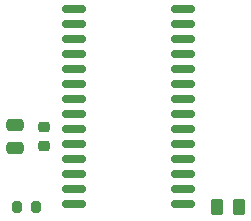
<source format=gbr>
%TF.GenerationSoftware,KiCad,Pcbnew,9.0.3*%
%TF.CreationDate,2025-07-28T01:45:31+03:00*%
%TF.ProjectId,Charger USB,43686172-6765-4722-9055-53422e6b6963,rev?*%
%TF.SameCoordinates,Original*%
%TF.FileFunction,Paste,Bot*%
%TF.FilePolarity,Positive*%
%FSLAX46Y46*%
G04 Gerber Fmt 4.6, Leading zero omitted, Abs format (unit mm)*
G04 Created by KiCad (PCBNEW 9.0.3) date 2025-07-28 01:45:31*
%MOMM*%
%LPD*%
G01*
G04 APERTURE LIST*
G04 Aperture macros list*
%AMRoundRect*
0 Rectangle with rounded corners*
0 $1 Rounding radius*
0 $2 $3 $4 $5 $6 $7 $8 $9 X,Y pos of 4 corners*
0 Add a 4 corners polygon primitive as box body*
4,1,4,$2,$3,$4,$5,$6,$7,$8,$9,$2,$3,0*
0 Add four circle primitives for the rounded corners*
1,1,$1+$1,$2,$3*
1,1,$1+$1,$4,$5*
1,1,$1+$1,$6,$7*
1,1,$1+$1,$8,$9*
0 Add four rect primitives between the rounded corners*
20,1,$1+$1,$2,$3,$4,$5,0*
20,1,$1+$1,$4,$5,$6,$7,0*
20,1,$1+$1,$6,$7,$8,$9,0*
20,1,$1+$1,$8,$9,$2,$3,0*%
G04 Aperture macros list end*
%ADD10RoundRect,0.150000X0.875000X0.150000X-0.875000X0.150000X-0.875000X-0.150000X0.875000X-0.150000X0*%
%ADD11RoundRect,0.200000X-0.200000X-0.275000X0.200000X-0.275000X0.200000X0.275000X-0.200000X0.275000X0*%
%ADD12RoundRect,0.250000X-0.475000X0.250000X-0.475000X-0.250000X0.475000X-0.250000X0.475000X0.250000X0*%
%ADD13RoundRect,0.250000X-0.262500X-0.450000X0.262500X-0.450000X0.262500X0.450000X-0.262500X0.450000X0*%
%ADD14RoundRect,0.225000X-0.250000X0.225000X-0.250000X-0.225000X0.250000X-0.225000X0.250000X0.225000X0*%
G04 APERTURE END LIST*
D10*
%TO.C,U1*%
X109800000Y-83690000D03*
X109800000Y-84960000D03*
X109800000Y-86230000D03*
X109800000Y-87500000D03*
X109800000Y-88770000D03*
X109800000Y-90040000D03*
X109800000Y-91310000D03*
X109800000Y-92580000D03*
X109800000Y-93850000D03*
X109800000Y-95120000D03*
X109800000Y-96390000D03*
X109800000Y-97660000D03*
X109800000Y-98930000D03*
X109800000Y-100200000D03*
X100500000Y-100200000D03*
X100500000Y-98930000D03*
X100500000Y-97660000D03*
X100500000Y-96390000D03*
X100500000Y-95120000D03*
X100500000Y-93850000D03*
X100500000Y-92580000D03*
X100500000Y-91310000D03*
X100500000Y-90040000D03*
X100500000Y-88770000D03*
X100500000Y-87500000D03*
X100500000Y-86230000D03*
X100500000Y-84960000D03*
X100500000Y-83690000D03*
%TD*%
D11*
%TO.C,R6*%
X95675000Y-100500000D03*
X97325000Y-100500000D03*
%TD*%
D12*
%TO.C,C1*%
X95500000Y-93550000D03*
X95500000Y-95450000D03*
%TD*%
D13*
%TO.C,R5*%
X112675000Y-100500000D03*
X114500000Y-100500000D03*
%TD*%
D14*
%TO.C,C2*%
X98000000Y-93725000D03*
X98000000Y-95275000D03*
%TD*%
M02*

</source>
